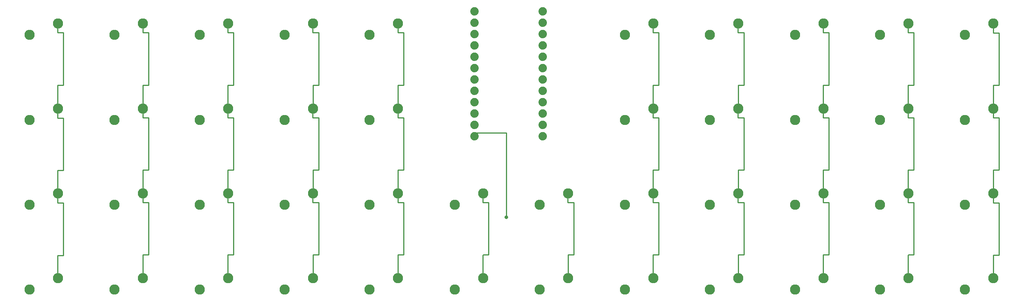
<source format=gbr>
%TF.GenerationSoftware,KiCad,Pcbnew,(5.99.0-8803-gb07c8110c8)*%
%TF.CreationDate,2021-05-08T13:19:11+01:00*%
%TF.ProjectId,Inflorescent,496e666c-6f72-4657-9363-656e742e6b69,rev?*%
%TF.SameCoordinates,PXf42400PY8954400*%
%TF.FileFunction,Copper,L1,Top*%
%TF.FilePolarity,Positive*%
%FSLAX46Y46*%
G04 Gerber Fmt 4.6, Leading zero omitted, Abs format (unit mm)*
G04 Created by KiCad (PCBNEW (5.99.0-8803-gb07c8110c8)) date 2021-05-08 13:19:11*
%MOMM*%
%LPD*%
G01*
G04 APERTURE LIST*
%TA.AperFunction,ComponentPad*%
%ADD10C,2.286000*%
%TD*%
%TA.AperFunction,ComponentPad*%
%ADD11C,1.879600*%
%TD*%
%TA.AperFunction,ViaPad*%
%ADD12C,0.800000*%
%TD*%
%TA.AperFunction,Conductor*%
%ADD13C,0.250000*%
%TD*%
G04 APERTURE END LIST*
D10*
%TO.P,SW9,1,A*%
%TO.N,Net-(D9-Pad2)*%
X163460000Y65920000D03*
%TO.P,SW9,2,B*%
%TO.N,/COL8*%
X169810000Y68460000D03*
%TD*%
%TO.P,SW11,1,A*%
%TO.N,Net-(D11-Pad2)*%
X201460000Y65920000D03*
%TO.P,SW11,2,B*%
%TO.N,/COL10*%
X207810000Y68460000D03*
%TD*%
%TO.P,SW16,1,A*%
%TO.N,Net-(D16-Pad2)*%
X68460000Y46920000D03*
%TO.P,SW16,2,B*%
%TO.N,/COL3*%
X74810000Y49460000D03*
%TD*%
%TO.P,SW23,1,A*%
%TO.N,Net-(D23-Pad2)*%
X201460000Y46920000D03*
%TO.P,SW23,2,B*%
%TO.N,/COL10*%
X207810000Y49460000D03*
%TD*%
%TO.P,SW31,1,A*%
%TO.N,Net-(D31-Pad2)*%
X125460000Y27920000D03*
%TO.P,SW31,2,B*%
%TO.N,/COL6*%
X131810000Y30460000D03*
%TD*%
%TO.P,SW26,1,A*%
%TO.N,Net-(D26-Pad2)*%
X30460000Y27920000D03*
%TO.P,SW26,2,B*%
%TO.N,/COL1*%
X36810000Y30460000D03*
%TD*%
%TO.P,SW20,1,A*%
%TO.N,Net-(D20-Pad2)*%
X144460000Y46920000D03*
%TO.P,SW20,2,B*%
%TO.N,/COL7*%
X150810000Y49460000D03*
%TD*%
%TO.P,SW22,1,A*%
%TO.N,Net-(D22-Pad2)*%
X182460000Y46920000D03*
%TO.P,SW22,2,B*%
%TO.N,/COL9*%
X188810000Y49460000D03*
%TD*%
%TO.P,SW1,1,A*%
%TO.N,Net-(D1-Pad2)*%
X11460000Y65920000D03*
%TO.P,SW1,2,B*%
%TO.N,/COL0*%
X17810000Y68460000D03*
%TD*%
%TO.P,SW43,1,A*%
%TO.N,Net-(D43-Pad2)*%
X125460000Y8920000D03*
%TO.P,SW43,2,B*%
%TO.N,/COL6*%
X131810000Y11460000D03*
%TD*%
%TO.P,SW13,1,A*%
%TO.N,Net-(D13-Pad2)*%
X11460000Y46920000D03*
%TO.P,SW13,2,B*%
%TO.N,/COL0*%
X17810000Y49460000D03*
%TD*%
%TO.P,SW32,1,A*%
%TO.N,Net-(D32-Pad2)*%
X144460000Y27920000D03*
%TO.P,SW32,2,B*%
%TO.N,/COL7*%
X150810000Y30460000D03*
%TD*%
%TO.P,SW37,1,A*%
%TO.N,Net-(D37-Pad2)*%
X11460000Y8920000D03*
%TO.P,SW37,2,B*%
%TO.N,/COL0*%
X17810000Y11460000D03*
%TD*%
%TO.P,SW25,1,A*%
%TO.N,Net-(D25-Pad2)*%
X11460000Y27920000D03*
%TO.P,SW25,2,B*%
%TO.N,/COL0*%
X17810000Y30460000D03*
%TD*%
%TO.P,SW24,1,A*%
%TO.N,Net-(D24-Pad2)*%
X220460000Y46920000D03*
%TO.P,SW24,2,B*%
%TO.N,/COL11*%
X226810000Y49460000D03*
%TD*%
%TO.P,SW34,1,A*%
%TO.N,Net-(D34-Pad2)*%
X182460000Y27920000D03*
%TO.P,SW34,2,B*%
%TO.N,/COL9*%
X188810000Y30460000D03*
%TD*%
%TO.P,SW2,1,A*%
%TO.N,Net-(D2-Pad2)*%
X30460000Y65920000D03*
%TO.P,SW2,2,B*%
%TO.N,/COL1*%
X36810000Y68460000D03*
%TD*%
%TO.P,SW46,1,A*%
%TO.N,Net-(D46-Pad2)*%
X182460000Y8920000D03*
%TO.P,SW46,2,B*%
%TO.N,/COL9*%
X188810000Y11460000D03*
%TD*%
%TO.P,SW42,1,A*%
%TO.N,Net-(D42-Pad2)*%
X106460000Y8920000D03*
%TO.P,SW42,2,B*%
%TO.N,/COL5*%
X112810000Y11460000D03*
%TD*%
%TO.P,SW15,1,A*%
%TO.N,Net-(D15-Pad2)*%
X49460000Y46920000D03*
%TO.P,SW15,2,B*%
%TO.N,/COL2*%
X55810000Y49460000D03*
%TD*%
%TO.P,SW4,1,A*%
%TO.N,Net-(D4-Pad2)*%
X68460000Y65920000D03*
%TO.P,SW4,2,B*%
%TO.N,/COL3*%
X74810000Y68460000D03*
%TD*%
%TO.P,SW12,1,A*%
%TO.N,Net-(D12-Pad2)*%
X220460000Y65920000D03*
%TO.P,SW12,2,B*%
%TO.N,/COL11*%
X226810000Y68460000D03*
%TD*%
%TO.P,SW47,1,A*%
%TO.N,Net-(D47-Pad2)*%
X201460000Y8920000D03*
%TO.P,SW47,2,B*%
%TO.N,/COL10*%
X207810000Y11460000D03*
%TD*%
%TO.P,SW33,1,A*%
%TO.N,Net-(D33-Pad2)*%
X163460000Y27920000D03*
%TO.P,SW33,2,B*%
%TO.N,/COL8*%
X169810000Y30460000D03*
%TD*%
%TO.P,SW36,1,A*%
%TO.N,Net-(D36-Pad2)*%
X220460000Y27920000D03*
%TO.P,SW36,2,B*%
%TO.N,/COL11*%
X226810000Y30460000D03*
%TD*%
%TO.P,SW29,1,A*%
%TO.N,Net-(D29-Pad2)*%
X87460000Y27920000D03*
%TO.P,SW29,2,B*%
%TO.N,/COL4*%
X93810000Y30460000D03*
%TD*%
%TO.P,SW5,1,A*%
%TO.N,Net-(D5-Pad2)*%
X87460000Y65920000D03*
%TO.P,SW5,2,B*%
%TO.N,/COL4*%
X93810000Y68460000D03*
%TD*%
%TO.P,SW44,1,A*%
%TO.N,Net-(D44-Pad2)*%
X144460000Y8920000D03*
%TO.P,SW44,2,B*%
%TO.N,/COL7*%
X150810000Y11460000D03*
%TD*%
%TO.P,SW48,1,A*%
%TO.N,Net-(D48-Pad2)*%
X220460000Y8920000D03*
%TO.P,SW48,2,B*%
%TO.N,/COL11*%
X226810000Y11460000D03*
%TD*%
%TO.P,SW21,1,A*%
%TO.N,Net-(D21-Pad2)*%
X163460000Y46920000D03*
%TO.P,SW21,2,B*%
%TO.N,/COL8*%
X169810000Y49460000D03*
%TD*%
%TO.P,SW8,1,A*%
%TO.N,Net-(D8-Pad2)*%
X144460000Y65920000D03*
%TO.P,SW8,2,B*%
%TO.N,/COL7*%
X150810000Y68460000D03*
%TD*%
%TO.P,SW28,1,A*%
%TO.N,Net-(D28-Pad2)*%
X68460000Y27920000D03*
%TO.P,SW28,2,B*%
%TO.N,/COL3*%
X74810000Y30460000D03*
%TD*%
%TO.P,SW38,1,A*%
%TO.N,Net-(D38-Pad2)*%
X30460000Y8920000D03*
%TO.P,SW38,2,B*%
%TO.N,/COL1*%
X36810000Y11460000D03*
%TD*%
%TO.P,SW3,1,A*%
%TO.N,Net-(D3-Pad2)*%
X49460000Y65920000D03*
%TO.P,SW3,2,B*%
%TO.N,/COL2*%
X55810000Y68460000D03*
%TD*%
%TO.P,SW40,1,A*%
%TO.N,Net-(D40-Pad2)*%
X68460000Y8920000D03*
%TO.P,SW40,2,B*%
%TO.N,/COL3*%
X74810000Y11460000D03*
%TD*%
%TO.P,SW27,1,A*%
%TO.N,Net-(D27-Pad2)*%
X49460000Y27920000D03*
%TO.P,SW27,2,B*%
%TO.N,/COL2*%
X55810000Y30460000D03*
%TD*%
%TO.P,SW14,1,A*%
%TO.N,Net-(D14-Pad2)*%
X30460000Y46920000D03*
%TO.P,SW14,2,B*%
%TO.N,/COL1*%
X36810000Y49460000D03*
%TD*%
%TO.P,SW30,1,A*%
%TO.N,Net-(D30-Pad2)*%
X106460000Y27920000D03*
%TO.P,SW30,2,B*%
%TO.N,/COL5*%
X112810000Y30460000D03*
%TD*%
%TO.P,SW45,1,A*%
%TO.N,Net-(D45-Pad2)*%
X163460000Y8920000D03*
%TO.P,SW45,2,B*%
%TO.N,/COL8*%
X169810000Y11460000D03*
%TD*%
D11*
%TO.P,U1,1,TX0*%
%TO.N,unconnected-(U1-Pad1)*%
X110880000Y71200000D03*
%TO.P,U1,2,RXI*%
%TO.N,unconnected-(U1-Pad2)*%
X110880000Y68660000D03*
%TO.P,U1,3,GND*%
%TO.N,unconnected-(U1-Pad3)*%
X110880000Y66120000D03*
%TO.P,U1,4,GND*%
%TO.N,unconnected-(U1-Pad4)*%
X110880000Y63580000D03*
%TO.P,U1,5,D2*%
%TO.N,/ROW1*%
X110880000Y61040000D03*
%TO.P,U1,6,D3*%
%TO.N,/COL0*%
X110880000Y58500000D03*
%TO.P,U1,7,D4*%
%TO.N,/COL1*%
X110880000Y55960000D03*
%TO.P,U1,8,D5*%
%TO.N,/COL2*%
X110880000Y53420000D03*
%TO.P,U1,9,D6*%
%TO.N,/COL3*%
X110880000Y50880000D03*
%TO.P,U1,10,D7*%
%TO.N,/COL4*%
X110880000Y48340000D03*
%TO.P,U1,11,D8*%
%TO.N,/COL5*%
X110880000Y45800000D03*
%TO.P,U1,12,D9*%
%TO.N,/ROW3*%
X110880000Y43260000D03*
%TO.P,U1,13,D10*%
%TO.N,/ROW2*%
X126120000Y43260000D03*
%TO.P,U1,14,D16*%
%TO.N,/COL6*%
X126120000Y45800000D03*
%TO.P,U1,15,D14*%
%TO.N,/COL7*%
X126120000Y48340000D03*
%TO.P,U1,16,D15*%
%TO.N,/COL8*%
X126120000Y50880000D03*
%TO.P,U1,17,A0*%
%TO.N,/COL9*%
X126120000Y53420000D03*
%TO.P,U1,18,A1*%
%TO.N,/COL10*%
X126120000Y55960000D03*
%TO.P,U1,19,A2*%
%TO.N,/COL11*%
X126120000Y58500000D03*
%TO.P,U1,20,A3*%
%TO.N,/ROW0*%
X126120000Y61040000D03*
%TO.P,U1,21,VCC*%
%TO.N,unconnected-(U1-Pad21)*%
X126120000Y63580000D03*
%TO.P,U1,22,RST*%
%TO.N,unconnected-(U1-Pad22)*%
X126120000Y66120000D03*
%TO.P,U1,23,GND*%
%TO.N,unconnected-(U1-Pad23)*%
X126120000Y68660000D03*
%TO.P,U1,24,RAW*%
%TO.N,unconnected-(U1-Pad24)*%
X126120000Y71200000D03*
%TD*%
D10*
%TO.P,SW10,1,A*%
%TO.N,Net-(D10-Pad2)*%
X182460000Y65920000D03*
%TO.P,SW10,2,B*%
%TO.N,/COL9*%
X188810000Y68460000D03*
%TD*%
%TO.P,SW39,1,A*%
%TO.N,Net-(D39-Pad2)*%
X49460000Y8920000D03*
%TO.P,SW39,2,B*%
%TO.N,/COL2*%
X55810000Y11460000D03*
%TD*%
%TO.P,SW35,1,A*%
%TO.N,Net-(D35-Pad2)*%
X201460000Y27920000D03*
%TO.P,SW35,2,B*%
%TO.N,/COL10*%
X207810000Y30460000D03*
%TD*%
%TO.P,SW17,1,A*%
%TO.N,Net-(D17-Pad2)*%
X87460000Y46920000D03*
%TO.P,SW17,2,B*%
%TO.N,/COL4*%
X93810000Y49460000D03*
%TD*%
%TO.P,SW41,1,A*%
%TO.N,Net-(D41-Pad2)*%
X87460000Y8920000D03*
%TO.P,SW41,2,B*%
%TO.N,/COL4*%
X93810000Y11460000D03*
%TD*%
D12*
%TO.N,/ROW3*%
X118000000Y25100000D03*
%TD*%
D13*
%TO.N,/ROW3*%
X117970000Y44030000D02*
X110880000Y44030000D01*
X118000000Y25100000D02*
X118000000Y44000000D01*
X118000000Y44000000D02*
X117970000Y44030000D01*
%TO.N,/COL0*%
X17757500Y11468750D02*
X17757500Y16586250D01*
X17747500Y66418750D02*
X17747500Y68556250D01*
X19047500Y66418750D02*
X17747500Y66418750D01*
X17735000Y28308750D02*
X17735000Y30446250D01*
X19047500Y54718750D02*
X19047500Y66418750D01*
X17770000Y49578750D02*
X17770000Y54696250D01*
X17757500Y30468750D02*
X17757500Y35586250D01*
X17780000Y35608750D02*
X19035000Y35608750D01*
X19035000Y16608750D02*
X19035000Y28308750D01*
X17780000Y16608750D02*
X19035000Y16608750D01*
X19035000Y35608750D02*
X19035000Y47308750D01*
X17792500Y54718750D02*
X19047500Y54718750D01*
X19035000Y47308750D02*
X17735000Y47308750D01*
X17735000Y47308750D02*
X17735000Y49446250D01*
X19035000Y28308750D02*
X17735000Y28308750D01*
%TO.N,/COL1*%
X38047500Y35718750D02*
X38047500Y47418750D01*
X38047500Y16718750D02*
X38047500Y28418750D01*
X36747500Y66418750D02*
X36747500Y68556250D01*
X36792500Y16718750D02*
X38047500Y16718750D01*
X38047500Y28418750D02*
X36747500Y28418750D01*
X36792500Y35718750D02*
X38047500Y35718750D01*
X38047500Y54718750D02*
X38047500Y66418750D01*
X36747500Y28418750D02*
X36747500Y30556250D01*
X36792500Y54718750D02*
X38047500Y54718750D01*
X36770000Y11578750D02*
X36770000Y16696250D01*
X36747500Y47418750D02*
X36747500Y49556250D01*
X38047500Y47418750D02*
X36747500Y47418750D01*
X36770000Y30578750D02*
X36770000Y35696250D01*
X36770000Y49578750D02*
X36770000Y54696250D01*
X38047500Y66418750D02*
X36747500Y66418750D01*
%TO.N,/COL2*%
X57042500Y28418750D02*
X55742500Y28418750D01*
X55765000Y11578750D02*
X55765000Y16696250D01*
X55742500Y47418750D02*
X55742500Y49556250D01*
X55765000Y30578750D02*
X55765000Y35696250D01*
X55787500Y35718750D02*
X57042500Y35718750D01*
X57042500Y66418750D02*
X55742500Y66418750D01*
X57042500Y54718750D02*
X57042500Y66418750D01*
X55787500Y54718750D02*
X57042500Y54718750D01*
X55742500Y28418750D02*
X55742500Y30556250D01*
X57042500Y16718750D02*
X57042500Y28418750D01*
X57042500Y35718750D02*
X57042500Y47418750D01*
X55742500Y66418750D02*
X55742500Y68556250D01*
X55765000Y49578750D02*
X55765000Y54696250D01*
X55787500Y16718750D02*
X57042500Y16718750D01*
X57042500Y47418750D02*
X55742500Y47418750D01*
%TO.N,/COL3*%
X76042500Y47418750D02*
X74742500Y47418750D01*
X76042500Y35718750D02*
X76042500Y47418750D01*
X76042500Y66418750D02*
X74742500Y66418750D01*
X74787500Y54718750D02*
X76042500Y54718750D01*
X74787500Y35718750D02*
X76042500Y35718750D01*
X74742500Y47418750D02*
X74742500Y49556250D01*
X74765000Y49578750D02*
X74765000Y54696250D01*
X76042500Y16718750D02*
X76042500Y28418750D01*
X74742500Y66418750D02*
X74742500Y68556250D01*
X74742500Y28418750D02*
X74742500Y30556250D01*
X76042500Y28418750D02*
X74742500Y28418750D01*
X74765000Y11578750D02*
X74765000Y16696250D01*
X76042500Y54718750D02*
X76042500Y66418750D01*
X74765000Y30578750D02*
X74765000Y35696250D01*
X74787500Y16718750D02*
X76042500Y16718750D01*
%TO.N,/COL4*%
X95042500Y54718750D02*
X95042500Y66418750D01*
X95042500Y47418750D02*
X93742500Y47418750D01*
X93787500Y16718750D02*
X95042500Y16718750D01*
X93787500Y35718750D02*
X95042500Y35718750D01*
X93742500Y66418750D02*
X93742500Y68556250D01*
X95042500Y16718750D02*
X95042500Y28418750D01*
X95042500Y35718750D02*
X95042500Y47418750D01*
X93765000Y30578750D02*
X93765000Y35696250D01*
X93765000Y49578750D02*
X93765000Y54696250D01*
X93765000Y11578750D02*
X93765000Y16696250D01*
X93742500Y28418750D02*
X93742500Y30556250D01*
X95042500Y28418750D02*
X93742500Y28418750D01*
X93787500Y54718750D02*
X95042500Y54718750D01*
X93742500Y47418750D02*
X93742500Y49556250D01*
X95042500Y66418750D02*
X93742500Y66418750D01*
%TO.N,/COL5*%
X112787500Y16718750D02*
X114042500Y16718750D01*
X114042500Y16718750D02*
X114042500Y28418750D01*
X112765000Y11578750D02*
X112765000Y16696250D01*
X114042500Y28418750D02*
X112742500Y28418750D01*
X112742500Y28418750D02*
X112742500Y30556250D01*
%TO.N,/COL6*%
X131765000Y11578750D02*
X131765000Y16696250D01*
X133042500Y28418750D02*
X131742500Y28418750D01*
X133042500Y16718750D02*
X133042500Y28418750D01*
X131742500Y28418750D02*
X131742500Y30556250D01*
X131787500Y16718750D02*
X133042500Y16718750D01*
%TO.N,/COL7*%
X150787500Y16718750D02*
X152042500Y16718750D01*
X150787500Y35718750D02*
X152042500Y35718750D01*
X150765000Y49578750D02*
X150765000Y54696250D01*
X150742500Y66418750D02*
X150742500Y68556250D01*
X152042500Y54718750D02*
X152042500Y66418750D01*
X152042500Y66418750D02*
X150742500Y66418750D01*
X150765000Y30578750D02*
X150765000Y35696250D01*
X150765000Y11578750D02*
X150765000Y16696250D01*
X150787500Y54718750D02*
X152042500Y54718750D01*
X152042500Y35718750D02*
X152042500Y47418750D01*
X152042500Y47418750D02*
X150742500Y47418750D01*
X152042500Y28418750D02*
X150742500Y28418750D01*
X150742500Y47418750D02*
X150742500Y49556250D01*
X150742500Y28418750D02*
X150742500Y30556250D01*
X152042500Y16718750D02*
X152042500Y28418750D01*
%TO.N,/COL8*%
X169765000Y11578750D02*
X169765000Y16696250D01*
X171042500Y28418750D02*
X169742500Y28418750D01*
X169787500Y54718750D02*
X171042500Y54718750D01*
X169742500Y28418750D02*
X169742500Y30556250D01*
X171042500Y47418750D02*
X169742500Y47418750D01*
X171042500Y16718750D02*
X171042500Y28418750D01*
X171042500Y35718750D02*
X171042500Y47418750D01*
X169742500Y66418750D02*
X169742500Y68556250D01*
X169765000Y30578750D02*
X169765000Y35696250D01*
X169787500Y35718750D02*
X171042500Y35718750D01*
X169742500Y47418750D02*
X169742500Y49556250D01*
X171042500Y66418750D02*
X169742500Y66418750D01*
X171042500Y54718750D02*
X171042500Y66418750D01*
X169765000Y49578750D02*
X169765000Y54696250D01*
X169787500Y16718750D02*
X171042500Y16718750D01*
%TO.N,/COL9*%
X188787500Y35718750D02*
X190042500Y35718750D01*
X188742500Y28418750D02*
X188742500Y30556250D01*
X190042500Y28418750D02*
X188742500Y28418750D01*
X190042500Y16718750D02*
X190042500Y28418750D01*
X188742500Y66418750D02*
X188742500Y68556250D01*
X188787500Y16718750D02*
X190042500Y16718750D01*
X190042500Y35718750D02*
X190042500Y47418750D01*
X190042500Y66418750D02*
X188742500Y66418750D01*
X190042500Y54718750D02*
X190042500Y66418750D01*
X188765000Y49578750D02*
X188765000Y54696250D01*
X190042500Y47418750D02*
X188742500Y47418750D01*
X188742500Y47418750D02*
X188742500Y49556250D01*
X188765000Y11578750D02*
X188765000Y16696250D01*
X188765000Y30578750D02*
X188765000Y35696250D01*
X188787500Y54718750D02*
X190042500Y54718750D01*
%TO.N,/COL10*%
X207787500Y54718750D02*
X209042500Y54718750D01*
X207742500Y47418750D02*
X207742500Y49556250D01*
X207765000Y49578750D02*
X207765000Y54696250D01*
X209042500Y66418750D02*
X207742500Y66418750D01*
X209042500Y16718750D02*
X209042500Y28418750D01*
X207787500Y16718750D02*
X209042500Y16718750D01*
X209042500Y54718750D02*
X209042500Y66418750D01*
X207765000Y11578750D02*
X207765000Y16696250D01*
X207787500Y35718750D02*
X209042500Y35718750D01*
X209042500Y35718750D02*
X209042500Y47418750D01*
X207742500Y66418750D02*
X207742500Y68556250D01*
X207765000Y30578750D02*
X207765000Y35696250D01*
X209042500Y28418750D02*
X207742500Y28418750D01*
X207742500Y28418750D02*
X207742500Y30556250D01*
X209042500Y47418750D02*
X207742500Y47418750D01*
%TO.N,/COL11*%
X226810000Y16678750D02*
X228065000Y16678750D01*
X226810000Y35678750D02*
X228065000Y35678750D01*
X228065000Y16678750D02*
X228065000Y28378750D01*
X226787500Y11538750D02*
X226787500Y16656250D01*
X226765000Y66378750D02*
X226765000Y68516250D01*
X226765000Y28378750D02*
X226765000Y30516250D01*
X226787500Y30538750D02*
X226787500Y35656250D01*
X228065000Y47378750D02*
X226765000Y47378750D01*
X226787500Y16656250D02*
X226810000Y16678750D01*
X228065000Y54678750D02*
X228065000Y66378750D01*
X228065000Y28378750D02*
X226765000Y28378750D01*
X226810000Y54678750D02*
X228065000Y54678750D01*
X226787500Y49538750D02*
X226787500Y54656250D01*
X226765000Y47378750D02*
X226765000Y49516250D01*
X228065000Y35678750D02*
X228065000Y47378750D01*
X228065000Y66378750D02*
X226765000Y66378750D01*
%TD*%
M02*

</source>
